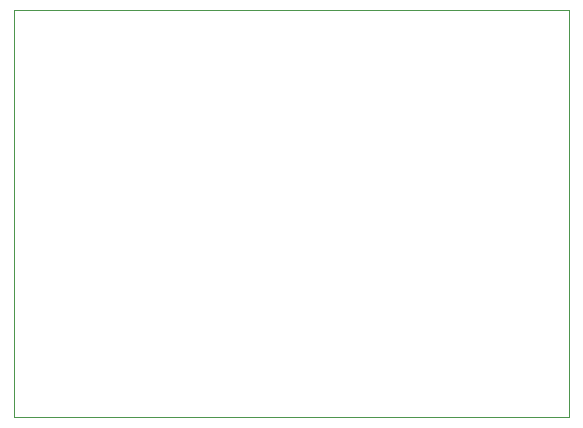
<source format=gm1>
%TF.GenerationSoftware,KiCad,Pcbnew,8.0.3*%
%TF.CreationDate,2024-11-23T22:21:16-05:00*%
%TF.ProjectId,MH24BN0001_hw,4d483234-424e-4303-9030-315f68772e6b,rev?*%
%TF.SameCoordinates,Original*%
%TF.FileFunction,Profile,NP*%
%FSLAX46Y46*%
G04 Gerber Fmt 4.6, Leading zero omitted, Abs format (unit mm)*
G04 Created by KiCad (PCBNEW 8.0.3) date 2024-11-23 22:21:16*
%MOMM*%
%LPD*%
G01*
G04 APERTURE LIST*
%TA.AperFunction,Profile*%
%ADD10C,0.050000*%
%TD*%
G04 APERTURE END LIST*
D10*
X25500000Y-25500000D02*
X72500000Y-25500000D01*
X72500000Y-60000000D01*
X25500000Y-60000000D01*
X25500000Y-25500000D01*
M02*

</source>
